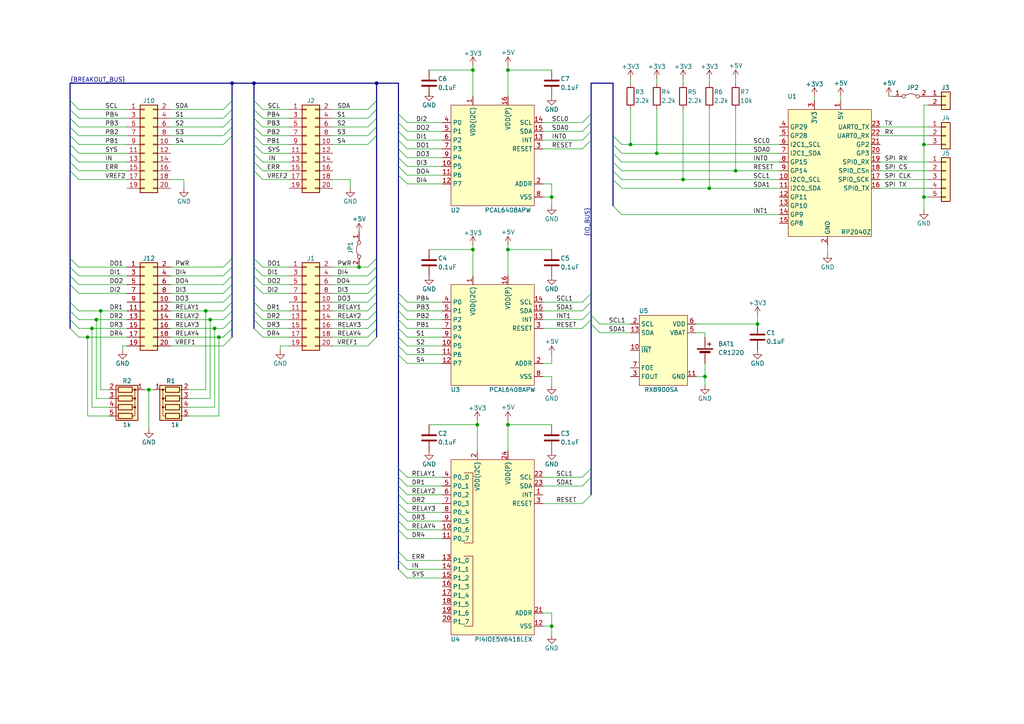
<source format=kicad_sch>
(kicad_sch (version 20230121) (generator eeschema)
  (paper "A4")
  (title_block (title "BREAKOUT BOARD") (rev "0"))
  (bus_alias "BREAKOUT_BUS" (members "DI1" "DO1" "DI2" "DO2" "DI3" "DO3" "DI4" "DO4" "RELAY1" "RELAY2" "RELAY3" "RELAY4" "DR1" "DR2" "DR3" "DR4" "PB1" "PB2" "PB3" "PB4" "S1" "S2" "S3" "S4" "SYS" "IN" "ERR" "VREF1" "VREF2" "PWR" "SCL" "SDA"))
  (bus_alias "IO_BUS" (members "SCL0" "SDA0" "INT0" "SCL1" "SDA1" "INT1" "RESET"))
  (junction (at 219.71 93.98))
  (junction (at 60.96 92.71))
  (junction (at 62.23 95.25))
  (junction (at 267.97 41.91))
  (junction (at 160.02 57.15))
  (junction (at 29.21 90.17))
  (junction (at 104.14 77.47))
  (junction (at 27.94 92.71))
  (junction (at 67.31 24.13))
  (junction (at 204.47 109.22))
  (junction (at 182.88 41.91))
  (junction (at 25.4 97.79))
  (junction (at 137.16 20.32))
  (junction (at 213.36 49.53))
  (junction (at 109.22 24.13))
  (junction (at 160.02 181.61))
  (junction (at 137.16 72.39))
  (junction (at 147.32 72.39))
  (junction (at 138.43 123.19))
  (junction (at 63.5 97.79))
  (junction (at 205.74 54.61))
  (junction (at 147.32 20.32))
  (junction (at 59.69 90.17))
  (junction (at 26.67 95.25))
  (junction (at 267.97 57.15))
  (junction (at 73.66 24.13))
  (junction (at 198.12 52.07))
  (junction (at 190.5 44.45))
  (junction (at 147.32 123.19))
  (junction (at 43.18 113.03))
  (bus_entry (at 177.8 46.99) (size 2.54 2.54))
  (bus_entry (at 171.45 33.02) (size -2.54 2.54))
  (bus_entry (at 73.66 92.71) (size 2.54 2.54))
  (bus_entry (at 73.66 31.75) (size 2.54 2.54))
  (bus_entry (at 73.66 95.25) (size 2.54 2.54))
  (bus_entry (at 115.57 162.56) (size 2.54 2.54))
  (bus_entry (at 171.45 38.1) (size -2.54 2.54))
  (bus_entry (at 115.57 151.13) (size 2.54 2.54))
  (bus_entry (at 67.31 97.79) (size -2.54 2.54))
  (bus_entry (at 20.32 49.53) (size 2.54 2.54))
  (bus_entry (at 115.57 85.09) (size 2.54 2.54))
  (bus_entry (at 67.31 77.47) (size -2.54 2.54))
  (bus_entry (at 171.45 143.51) (size -2.54 2.54))
  (bus_entry (at 73.66 29.21) (size 2.54 2.54))
  (bus_entry (at 109.22 82.55) (size -2.54 2.54))
  (bus_entry (at 73.66 80.01) (size 2.54 2.54))
  (bus_entry (at 115.57 40.64) (size 2.54 2.54))
  (bus_entry (at 73.66 49.53) (size 2.54 2.54))
  (bus_entry (at 115.57 143.51) (size 2.54 2.54))
  (bus_entry (at 171.45 135.89) (size -2.54 2.54))
  (bus_entry (at 109.22 39.37) (size -2.54 2.54))
  (bus_entry (at 109.22 74.93) (size -2.54 2.54))
  (bus_entry (at 20.32 39.37) (size 2.54 2.54))
  (bus_entry (at 109.22 90.17) (size -2.54 2.54))
  (bus_entry (at 20.32 44.45) (size 2.54 2.54))
  (bus_entry (at 20.32 80.01) (size 2.54 2.54))
  (bus_entry (at 177.8 44.45) (size 2.54 2.54))
  (bus_entry (at 67.31 34.29) (size -2.54 2.54))
  (bus_entry (at 20.32 95.25) (size 2.54 2.54))
  (bus_entry (at 115.57 43.18) (size 2.54 2.54))
  (bus_entry (at 67.31 92.71) (size -2.54 2.54))
  (bus_entry (at 73.66 74.93) (size 2.54 2.54))
  (bus_entry (at 109.22 34.29) (size -2.54 2.54))
  (bus_entry (at 115.57 45.72) (size 2.54 2.54))
  (bus_entry (at 115.57 160.02) (size 2.54 2.54))
  (bus_entry (at 171.45 93.98) (size 2.54 2.54))
  (bus_entry (at 177.8 49.53) (size 2.54 2.54))
  (bus_entry (at 67.31 95.25) (size -2.54 2.54))
  (bus_entry (at 73.66 39.37) (size 2.54 2.54))
  (bus_entry (at 20.32 77.47) (size 2.54 2.54))
  (bus_entry (at 67.31 74.93) (size -2.54 2.54))
  (bus_entry (at 109.22 95.25) (size -2.54 2.54))
  (bus_entry (at 73.66 34.29) (size 2.54 2.54))
  (bus_entry (at 73.66 41.91) (size 2.54 2.54))
  (bus_entry (at 73.66 77.47) (size 2.54 2.54))
  (bus_entry (at 115.57 90.17) (size 2.54 2.54))
  (bus_entry (at 115.57 148.59) (size 2.54 2.54))
  (bus_entry (at 171.45 85.09) (size -2.54 2.54))
  (bus_entry (at 67.31 39.37) (size -2.54 2.54))
  (bus_entry (at 73.66 90.17) (size 2.54 2.54))
  (bus_entry (at 20.32 41.91) (size 2.54 2.54))
  (bus_entry (at 20.32 82.55) (size 2.54 2.54))
  (bus_entry (at 67.31 29.21) (size -2.54 2.54))
  (bus_entry (at 109.22 92.71) (size -2.54 2.54))
  (bus_entry (at 115.57 48.26) (size 2.54 2.54))
  (bus_entry (at 115.57 35.56) (size 2.54 2.54))
  (bus_entry (at 115.57 146.05) (size 2.54 2.54))
  (bus_entry (at 109.22 80.01) (size -2.54 2.54))
  (bus_entry (at 20.32 31.75) (size 2.54 2.54))
  (bus_entry (at 171.45 35.56) (size -2.54 2.54))
  (bus_entry (at 73.66 87.63) (size 2.54 2.54))
  (bus_entry (at 109.22 97.79) (size -2.54 2.54))
  (bus_entry (at 115.57 165.1) (size 2.54 2.54))
  (bus_entry (at 115.57 33.02) (size 2.54 2.54))
  (bus_entry (at 171.45 40.64) (size -2.54 2.54))
  (bus_entry (at 67.31 80.01) (size -2.54 2.54))
  (bus_entry (at 171.45 90.17) (size -2.54 2.54))
  (bus_entry (at 67.31 87.63) (size -2.54 2.54))
  (bus_entry (at 177.8 59.69) (size 2.54 2.54))
  (bus_entry (at 115.57 87.63) (size 2.54 2.54))
  (bus_entry (at 109.22 87.63) (size -2.54 2.54))
  (bus_entry (at 115.57 100.33) (size 2.54 2.54))
  (bus_entry (at 109.22 77.47) (size -2.54 2.54))
  (bus_entry (at 67.31 31.75) (size -2.54 2.54))
  (bus_entry (at 177.8 39.37) (size 2.54 2.54))
  (bus_entry (at 109.22 36.83) (size -2.54 2.54))
  (bus_entry (at 73.66 46.99) (size 2.54 2.54))
  (bus_entry (at 115.57 102.87) (size 2.54 2.54))
  (bus_entry (at 73.66 82.55) (size 2.54 2.54))
  (bus_entry (at 171.45 138.43) (size -2.54 2.54))
  (bus_entry (at 67.31 90.17) (size -2.54 2.54))
  (bus_entry (at 171.45 91.44) (size 2.54 2.54))
  (bus_entry (at 20.32 90.17) (size 2.54 2.54))
  (bus_entry (at 20.32 36.83) (size 2.54 2.54))
  (bus_entry (at 115.57 97.79) (size 2.54 2.54))
  (bus_entry (at 115.57 92.71) (size 2.54 2.54))
  (bus_entry (at 20.32 29.21) (size 2.54 2.54))
  (bus_entry (at 115.57 135.89) (size 2.54 2.54))
  (bus_entry (at 67.31 85.09) (size -2.54 2.54))
  (bus_entry (at 171.45 92.71) (size -2.54 2.54))
  (bus_entry (at 115.57 138.43) (size 2.54 2.54))
  (bus_entry (at 20.32 46.99) (size 2.54 2.54))
  (bus_entry (at 109.22 31.75) (size -2.54 2.54))
  (bus_entry (at 171.45 87.63) (size -2.54 2.54))
  (bus_entry (at 109.22 85.09) (size -2.54 2.54))
  (bus_entry (at 73.66 36.83) (size 2.54 2.54))
  (bus_entry (at 67.31 36.83) (size -2.54 2.54))
  (bus_entry (at 67.31 82.55) (size -2.54 2.54))
  (bus_entry (at 20.32 87.63) (size 2.54 2.54))
  (bus_entry (at 115.57 38.1) (size 2.54 2.54))
  (bus_entry (at 20.32 74.93) (size 2.54 2.54))
  (bus_entry (at 177.8 41.91) (size 2.54 2.54))
  (bus_entry (at 115.57 50.8) (size 2.54 2.54))
  (bus_entry (at 115.57 95.25) (size 2.54 2.54))
  (bus_entry (at 109.22 29.21) (size -2.54 2.54))
  (bus_entry (at 177.8 52.07) (size 2.54 2.54))
  (bus_entry (at 73.66 44.45) (size 2.54 2.54))
  (bus_entry (at 20.32 34.29) (size 2.54 2.54))
  (bus_entry (at 20.32 92.71) (size 2.54 2.54))
  (bus_entry (at 115.57 140.97) (size 2.54 2.54))
  (bus_entry (at 115.57 153.67) (size 2.54 2.54))
  (wire (pts (xy 22.86 77.47) (xy 36.83 77.47)))
  (bus (pts (xy 20.32 77.47) (xy 20.32 80.01)))
  (bus (pts (xy 115.57 151.13) (xy 115.57 153.67)))
  (wire (pts (xy 219.71 93.98) (xy 219.71 91.44)))
  (wire (pts (xy 60.96 92.71) (xy 60.96 115.57)))
  (wire (pts (xy 49.53 82.55) (xy 64.77 82.55)))
  (wire (pts (xy 118.11 87.63) (xy 128.27 87.63)))
  (bus (pts (xy 20.32 92.71) (xy 20.32 95.25)))
  (wire (pts (xy 255.27 39.37) (xy 269.24 39.37)))
  (bus (pts (xy 67.31 24.13) (xy 67.31 29.21)))
  (bus (pts (xy 171.45 91.44) (xy 171.45 92.71)))
  (bus (pts (xy 109.22 90.17) (xy 109.22 92.71)))
  (wire (pts (xy 22.86 46.99) (xy 36.83 46.99)))
  (wire (pts (xy 118.11 162.56) (xy 128.27 162.56)))
  (bus (pts (xy 67.31 92.71) (xy 67.31 95.25)))
  (bus (pts (xy 171.45 24.13) (xy 171.45 33.02)))
  (wire (pts (xy 76.2 41.91) (xy 83.82 41.91)))
  (bus (pts (xy 73.66 87.63) (xy 73.66 90.17)))
  (wire (pts (xy 76.2 77.47) (xy 83.82 77.47)))
  (wire (pts (xy 22.86 92.71) (xy 27.94 92.71)))
  (bus (pts (xy 20.32 36.83) (xy 20.32 39.37)))
  (wire (pts (xy 118.11 143.51) (xy 128.27 143.51)))
  (bus (pts (xy 20.32 82.55) (xy 20.32 87.63)))
  (bus (pts (xy 171.45 85.09) (xy 171.45 87.63)))
  (wire (pts (xy 118.11 48.26) (xy 128.27 48.26)))
  (bus (pts (xy 73.66 95.25) (xy 73.66 92.71)))
  (wire (pts (xy 190.5 31.75) (xy 190.5 44.45)))
  (bus (pts (xy 115.57 92.71) (xy 115.57 95.25)))
  (bus (pts (xy 171.45 93.98) (xy 171.45 135.89)))
  (bus (pts (xy 115.57 143.51) (xy 115.57 146.05)))
  (bus (pts (xy 171.45 40.64) (xy 171.45 85.09)))
  (bus (pts (xy 115.57 87.63) (xy 115.57 90.17)))
  (wire (pts (xy 96.52 95.25) (xy 106.68 95.25)))
  (wire (pts (xy 83.82 31.75) (xy 76.2 31.75)))
  (bus (pts (xy 20.32 87.63) (xy 20.32 90.17)))
  (wire (pts (xy 180.34 52.07) (xy 198.12 52.07)))
  (bus (pts (xy 171.45 92.71) (xy 171.45 93.98)))
  (wire (pts (xy 180.34 46.99) (xy 226.06 46.99)))
  (wire (pts (xy 49.53 39.37) (xy 64.77 39.37)))
  (wire (pts (xy 22.86 34.29) (xy 36.83 34.29)))
  (wire (pts (xy 96.52 100.33) (xy 106.68 100.33)))
  (wire (pts (xy 22.86 31.75) (xy 36.83 31.75)))
  (bus (pts (xy 67.31 29.21) (xy 67.31 31.75)))
  (bus (pts (xy 115.57 138.43) (xy 115.57 140.97)))
  (wire (pts (xy 157.48 105.41) (xy 160.02 105.41)))
  (wire (pts (xy 118.11 156.21) (xy 128.27 156.21)))
  (bus (pts (xy 171.45 24.13) (xy 177.8 24.13)))
  (bus (pts (xy 67.31 95.25) (xy 67.31 97.79)))
  (wire (pts (xy 101.6 52.07) (xy 101.6 54.61)))
  (wire (pts (xy 49.53 92.71) (xy 60.96 92.71)))
  (wire (pts (xy 27.94 115.57) (xy 31.75 115.57)))
  (bus (pts (xy 67.31 80.01) (xy 67.31 82.55)))
  (wire (pts (xy 180.34 54.61) (xy 205.74 54.61)))
  (bus (pts (xy 115.57 24.13) (xy 115.57 33.02)))
  (wire (pts (xy 83.82 100.33) (xy 81.28 100.33)))
  (wire (pts (xy 118.11 35.56) (xy 128.27 35.56)))
  (wire (pts (xy 96.52 39.37) (xy 106.68 39.37)))
  (wire (pts (xy 22.86 49.53) (xy 36.83 49.53)))
  (wire (pts (xy 118.11 165.1) (xy 128.27 165.1)))
  (bus (pts (xy 171.45 38.1) (xy 171.45 40.64)))
  (bus (pts (xy 115.57 40.64) (xy 115.57 43.18)))
  (bus (pts (xy 177.8 44.45) (xy 177.8 46.99)))
  (bus (pts (xy 115.57 153.67) (xy 115.57 160.02)))
  (bus (pts (xy 73.66 82.55) (xy 73.66 87.63)))
  (wire (pts (xy 96.52 41.91) (xy 106.68 41.91)))
  (wire (pts (xy 49.53 77.47) (xy 64.77 77.47)))
  (bus (pts (xy 20.32 74.93) (xy 20.32 77.47)))
  (wire (pts (xy 182.88 22.86) (xy 182.88 24.13)))
  (bus (pts (xy 20.32 44.45) (xy 20.32 46.99)))
  (wire (pts (xy 267.97 30.48) (xy 269.24 30.48)))
  (wire (pts (xy 49.53 90.17) (xy 59.69 90.17)))
  (bus (pts (xy 73.66 34.29) (xy 73.66 36.83)))
  (bus (pts (xy 20.32 41.91) (xy 20.32 44.45)))
  (wire (pts (xy 27.94 92.71) (xy 36.83 92.71)))
  (bus (pts (xy 177.8 46.99) (xy 177.8 49.53)))
  (bus (pts (xy 115.57 135.89) (xy 115.57 138.43)))
  (bus (pts (xy 109.22 34.29) (xy 109.22 36.83)))
  (wire (pts (xy 104.14 77.47) (xy 106.68 77.47)))
  (wire (pts (xy 22.86 90.17) (xy 29.21 90.17)))
  (wire (pts (xy 35.56 100.33) (xy 35.56 101.6)))
  (wire (pts (xy 76.2 44.45) (xy 83.82 44.45)))
  (wire (pts (xy 76.2 92.71) (xy 83.82 92.71)))
  (wire (pts (xy 204.47 105.41) (xy 204.47 109.22)))
  (bus (pts (xy 115.57 102.87) (xy 115.57 135.89)))
  (wire (pts (xy 204.47 96.52) (xy 204.47 97.79)))
  (wire (pts (xy 96.52 97.79) (xy 106.68 97.79)))
  (wire (pts (xy 76.2 80.01) (xy 83.82 80.01)))
  (wire (pts (xy 201.93 93.98) (xy 219.71 93.98)))
  (wire (pts (xy 60.96 92.71) (xy 64.77 92.71)))
  (bus (pts (xy 73.66 36.83) (xy 73.66 39.37)))
  (wire (pts (xy 157.48 146.05) (xy 168.91 146.05)))
  (wire (pts (xy 22.86 80.01) (xy 36.83 80.01)))
  (wire (pts (xy 62.23 95.25) (xy 64.77 95.25)))
  (wire (pts (xy 269.24 41.91) (xy 267.97 41.91)))
  (wire (pts (xy 255.27 49.53) (xy 269.24 49.53)))
  (wire (pts (xy 118.11 38.1) (xy 128.27 38.1)))
  (wire (pts (xy 157.48 177.8) (xy 160.02 177.8)))
  (wire (pts (xy 49.53 31.75) (xy 64.77 31.75)))
  (bus (pts (xy 115.57 43.18) (xy 115.57 45.72)))
  (wire (pts (xy 63.5 97.79) (xy 64.77 97.79)))
  (wire (pts (xy 96.52 77.47) (xy 104.14 77.47)))
  (wire (pts (xy 201.93 109.22) (xy 204.47 109.22)))
  (wire (pts (xy 22.86 44.45) (xy 36.83 44.45)))
  (wire (pts (xy 255.27 46.99) (xy 269.24 46.99)))
  (bus (pts (xy 109.22 80.01) (xy 109.22 77.47)))
  (bus (pts (xy 109.22 85.09) (xy 109.22 82.55)))
  (wire (pts (xy 124.46 72.39) (xy 137.16 72.39)))
  (wire (pts (xy 63.5 97.79) (xy 63.5 120.65)))
  (wire (pts (xy 137.16 72.39) (xy 137.16 80.01)))
  (wire (pts (xy 190.5 22.86) (xy 190.5 24.13)))
  (bus (pts (xy 115.57 85.09) (xy 115.57 87.63)))
  (bus (pts (xy 67.31 36.83) (xy 67.31 39.37)))
  (wire (pts (xy 147.32 123.19) (xy 160.02 123.19)))
  (wire (pts (xy 76.2 82.55) (xy 83.82 82.55)))
  (wire (pts (xy 190.5 44.45) (xy 226.06 44.45)))
  (wire (pts (xy 25.4 120.65) (xy 31.75 120.65)))
  (bus (pts (xy 115.57 100.33) (xy 115.57 102.87)))
  (wire (pts (xy 137.16 20.32) (xy 137.16 19.05)))
  (wire (pts (xy 118.11 151.13) (xy 128.27 151.13)))
  (wire (pts (xy 137.16 20.32) (xy 137.16 27.94)))
  (wire (pts (xy 160.02 57.15) (xy 160.02 59.69)))
  (wire (pts (xy 96.52 82.55) (xy 106.68 82.55)))
  (wire (pts (xy 41.91 113.03) (xy 43.18 113.03)))
  (wire (pts (xy 255.27 36.83) (xy 269.24 36.83)))
  (wire (pts (xy 76.2 36.83) (xy 83.82 36.83)))
  (wire (pts (xy 49.53 97.79) (xy 63.5 97.79)))
  (bus (pts (xy 67.31 87.63) (xy 67.31 90.17)))
  (wire (pts (xy 54.61 115.57) (xy 60.96 115.57)))
  (bus (pts (xy 115.57 35.56) (xy 115.57 38.1)))
  (wire (pts (xy 29.21 90.17) (xy 29.21 113.03)))
  (wire (pts (xy 118.11 90.17) (xy 128.27 90.17)))
  (wire (pts (xy 124.46 20.32) (xy 137.16 20.32)))
  (wire (pts (xy 49.53 80.01) (xy 64.77 80.01)))
  (bus (pts (xy 73.66 46.99) (xy 73.66 49.53)))
  (wire (pts (xy 205.74 31.75) (xy 205.74 54.61)))
  (wire (pts (xy 236.22 27.94) (xy 236.22 29.21)))
  (wire (pts (xy 26.67 118.11) (xy 31.75 118.11)))
  (wire (pts (xy 96.52 36.83) (xy 106.68 36.83)))
  (wire (pts (xy 182.88 31.75) (xy 182.88 41.91)))
  (wire (pts (xy 180.34 44.45) (xy 190.5 44.45)))
  (wire (pts (xy 118.11 148.59) (xy 128.27 148.59)))
  (bus (pts (xy 20.32 29.21) (xy 20.32 31.75)))
  (wire (pts (xy 22.86 97.79) (xy 25.4 97.79)))
  (wire (pts (xy 157.48 57.15) (xy 160.02 57.15)))
  (bus (pts (xy 73.66 29.21) (xy 73.66 31.75)))
  (bus (pts (xy 109.22 87.63) (xy 109.22 85.09)))
  (wire (pts (xy 198.12 22.86) (xy 198.12 24.13)))
  (wire (pts (xy 173.99 93.98) (xy 182.88 93.98)))
  (bus (pts (xy 73.66 31.75) (xy 73.66 34.29)))
  (wire (pts (xy 35.56 100.33) (xy 36.83 100.33)))
  (bus (pts (xy 115.57 38.1) (xy 115.57 40.64)))
  (wire (pts (xy 157.48 87.63) (xy 168.91 87.63)))
  (bus (pts (xy 67.31 90.17) (xy 67.31 92.71)))
  (wire (pts (xy 118.11 95.25) (xy 128.27 95.25)))
  (wire (pts (xy 147.32 20.32) (xy 160.02 20.32)))
  (wire (pts (xy 118.11 153.67) (xy 128.27 153.67)))
  (wire (pts (xy 26.67 95.25) (xy 26.67 118.11)))
  (wire (pts (xy 76.2 90.17) (xy 83.82 90.17)))
  (bus (pts (xy 115.57 146.05) (xy 115.57 148.59)))
  (wire (pts (xy 147.32 123.19) (xy 147.32 130.81)))
  (wire (pts (xy 118.11 167.64) (xy 128.27 167.64)))
  (bus (pts (xy 171.45 87.63) (xy 171.45 90.17)))
  (bus (pts (xy 73.66 80.01) (xy 73.66 82.55)))
  (wire (pts (xy 182.88 41.91) (xy 226.06 41.91)))
  (bus (pts (xy 115.57 45.72) (xy 115.57 48.26)))
  (bus (pts (xy 115.57 48.26) (xy 115.57 50.8)))
  (bus (pts (xy 115.57 148.59) (xy 115.57 151.13)))
  (wire (pts (xy 118.11 40.64) (xy 128.27 40.64)))
  (wire (pts (xy 157.48 181.61) (xy 160.02 181.61)))
  (wire (pts (xy 147.32 71.12) (xy 147.32 72.39)))
  (wire (pts (xy 147.32 121.92) (xy 147.32 123.19)))
  (bus (pts (xy 20.32 80.01) (xy 20.32 82.55)))
  (wire (pts (xy 22.86 85.09) (xy 36.83 85.09)))
  (wire (pts (xy 180.34 41.91) (xy 182.88 41.91)))
  (bus (pts (xy 67.31 24.13) (xy 73.66 24.13)))
  (bus (pts (xy 115.57 50.8) (xy 115.57 85.09)))
  (bus (pts (xy 109.22 24.13) (xy 115.57 24.13)))
  (bus (pts (xy 67.31 77.47) (xy 67.31 80.01)))
  (wire (pts (xy 22.86 36.83) (xy 36.83 36.83)))
  (wire (pts (xy 267.97 57.15) (xy 267.97 60.96)))
  (wire (pts (xy 157.48 90.17) (xy 168.91 90.17)))
  (wire (pts (xy 205.74 22.86) (xy 205.74 24.13)))
  (wire (pts (xy 160.02 109.22) (xy 157.48 109.22)))
  (wire (pts (xy 160.02 177.8) (xy 160.02 181.61)))
  (wire (pts (xy 96.52 34.29) (xy 106.68 34.29)))
  (wire (pts (xy 96.52 85.09) (xy 106.68 85.09)))
  (bus (pts (xy 109.22 36.83) (xy 109.22 39.37)))
  (wire (pts (xy 118.11 105.41) (xy 128.27 105.41)))
  (wire (pts (xy 118.11 53.34) (xy 128.27 53.34)))
  (wire (pts (xy 118.11 138.43) (xy 128.27 138.43)))
  (wire (pts (xy 49.53 87.63) (xy 64.77 87.63)))
  (bus (pts (xy 109.22 74.93) (xy 109.22 77.47)))
  (wire (pts (xy 29.21 90.17) (xy 36.83 90.17)))
  (bus (pts (xy 73.66 77.47) (xy 73.66 80.01)))
  (wire (pts (xy 173.99 96.52) (xy 182.88 96.52)))
  (wire (pts (xy 96.52 80.01) (xy 106.68 80.01)))
  (wire (pts (xy 160.02 181.61) (xy 160.02 184.15)))
  (wire (pts (xy 138.43 123.19) (xy 138.43 130.81)))
  (bus (pts (xy 20.32 34.29) (xy 20.32 31.75)))
  (bus (pts (xy 115.57 162.56) (xy 115.57 165.1)))
  (bus (pts (xy 171.45 138.43) (xy 171.45 143.51)))
  (bus (pts (xy 171.45 90.17) (xy 171.45 91.44)))
  (wire (pts (xy 180.34 62.23) (xy 226.06 62.23)))
  (wire (pts (xy 43.18 113.03) (xy 43.18 124.46)))
  (wire (pts (xy 76.2 39.37) (xy 83.82 39.37)))
  (wire (pts (xy 158.75 248.92) (xy 161.29 248.92)))
  (bus (pts (xy 109.22 39.37) (xy 109.22 74.93)))
  (wire (pts (xy 27.94 92.71) (xy 27.94 115.57)))
  (bus (pts (xy 177.8 41.91) (xy 177.8 44.45)))
  (bus (pts (xy 171.45 135.89) (xy 171.45 138.43)))
  (wire (pts (xy 201.93 96.52) (xy 204.47 96.52)))
  (wire (pts (xy 54.61 118.11) (xy 62.23 118.11)))
  (wire (pts (xy 147.32 19.05) (xy 147.32 20.32)))
  (wire (pts (xy 269.24 57.15) (xy 267.97 57.15)))
  (wire (pts (xy 157.48 95.25) (xy 168.91 95.25)))
  (bus (pts (xy 67.31 34.29) (xy 67.31 36.83)))
  (bus (pts (xy 73.66 44.45) (xy 73.66 46.99)))
  (wire (pts (xy 157.48 35.56) (xy 168.91 35.56)))
  (wire (pts (xy 138.43 121.92) (xy 138.43 123.19)))
  (bus (pts (xy 20.32 90.17) (xy 20.32 92.71)))
  (bus (pts (xy 73.66 74.93) (xy 73.66 77.47)))
  (bus (pts (xy 20.32 49.53) (xy 20.32 74.93)))
  (wire (pts (xy 160.02 102.87) (xy 160.02 105.41)))
  (bus (pts (xy 115.57 33.02) (xy 115.57 35.56)))
  (wire (pts (xy 198.12 31.75) (xy 198.12 52.07)))
  (wire (pts (xy 96.52 31.75) (xy 106.68 31.75)))
  (wire (pts (xy 213.36 49.53) (xy 226.06 49.53)))
  (wire (pts (xy 157.48 40.64) (xy 168.91 40.64)))
  (bus (pts (xy 73.66 41.91) (xy 73.66 44.45)))
  (wire (pts (xy 81.28 100.33) (xy 81.28 101.6)))
  (wire (pts (xy 118.11 100.33) (xy 128.27 100.33)))
  (wire (pts (xy 157.48 38.1) (xy 168.91 38.1)))
  (wire (pts (xy 157.48 140.97) (xy 168.91 140.97)))
  (wire (pts (xy 59.69 90.17) (xy 64.77 90.17)))
  (wire (pts (xy 96.52 90.17) (xy 106.68 90.17)))
  (wire (pts (xy 76.2 34.29) (xy 83.82 34.29)))
  (bus (pts (xy 177.8 39.37) (xy 177.8 41.91)))
  (bus (pts (xy 20.32 36.83) (xy 20.32 34.29)))
  (wire (pts (xy 124.46 27.94) (xy 124.46 26.67)))
  (wire (pts (xy 160.02 111.76) (xy 160.02 109.22)))
  (wire (pts (xy 26.67 95.25) (xy 36.83 95.25)))
  (bus (pts (xy 109.22 82.55) (xy 109.22 80.01)))
  (wire (pts (xy 204.47 109.22) (xy 204.47 111.76)))
  (bus (pts (xy 109.22 31.75) (xy 109.22 34.29)))
  (wire (pts (xy 255.27 52.07) (xy 269.24 52.07)))
  (wire (pts (xy 53.34 52.07) (xy 53.34 54.61)))
  (wire (pts (xy 213.36 31.75) (xy 213.36 49.53)))
  (bus (pts (xy 67.31 74.93) (xy 67.31 77.47)))
  (wire (pts (xy 240.03 71.12) (xy 240.03 73.66)))
  (bus (pts (xy 109.22 95.25) (xy 109.22 97.79)))
  (wire (pts (xy 22.86 52.07) (xy 36.83 52.07)))
  (wire (pts (xy 96.52 92.71) (xy 106.68 92.71)))
  (wire (pts (xy 180.34 49.53) (xy 213.36 49.53)))
  (wire (pts (xy 118.11 50.8) (xy 128.27 50.8)))
  (wire (pts (xy 259.08 27.94) (xy 257.81 27.94)))
  (wire (pts (xy 49.53 41.91) (xy 64.77 41.91)))
  (bus (pts (xy 115.57 97.79) (xy 115.57 100.33)))
  (wire (pts (xy 43.18 113.03) (xy 44.45 113.03)))
  (bus (pts (xy 115.57 95.25) (xy 115.57 97.79)))
  (wire (pts (xy 205.74 54.61) (xy 226.06 54.61)))
  (wire (pts (xy 49.53 34.29) (xy 64.77 34.29)))
  (bus (pts (xy 177.8 24.13) (xy 177.8 39.37)))
  (wire (pts (xy 157.48 92.71) (xy 168.91 92.71)))
  (bus (pts (xy 177.8 49.53) (xy 177.8 52.07)))
  (wire (pts (xy 76.2 85.09) (xy 83.82 85.09)))
  (wire (pts (xy 213.36 22.86) (xy 213.36 24.13)))
  (wire (pts (xy 267.97 30.48) (xy 267.97 41.91)))
  (wire (pts (xy 76.2 52.07) (xy 83.82 52.07)))
  (wire (pts (xy 76.2 49.53) (xy 83.82 49.53)))
  (wire (pts (xy 255.27 54.61) (xy 269.24 54.61)))
  (bus (pts (xy 109.22 29.21) (xy 109.22 31.75)))
  (wire (pts (xy 96.52 52.07) (xy 101.6 52.07)))
  (wire (pts (xy 147.32 72.39) (xy 147.32 80.01)))
  (wire (pts (xy 118.11 43.18) (xy 128.27 43.18)))
  (wire (pts (xy 25.4 97.79) (xy 25.4 120.65)))
  (bus (pts (xy 73.66 24.13) (xy 109.22 24.13)))
  (wire (pts (xy 161.29 248.92) (xy 161.29 251.46)))
  (wire (pts (xy 25.4 97.79) (xy 36.83 97.79)))
  (wire (pts (xy 118.11 146.05) (xy 128.27 146.05)))
  (wire (pts (xy 267.97 41.91) (xy 267.97 57.15)))
  (bus (pts (xy 73.66 49.53) (xy 73.66 74.93)))
  (bus (pts (xy 67.31 85.09) (xy 67.31 87.63)))
  (wire (pts (xy 118.11 97.79) (xy 128.27 97.79)))
  (bus (pts (xy 177.8 52.07) (xy 177.8 59.69)))
  (wire (pts (xy 49.53 95.25) (xy 62.23 95.25)))
  (wire (pts (xy 96.52 87.63) (xy 106.68 87.63)))
  (bus (pts (xy 109.22 87.63) (xy 109.22 90.17)))
  (wire (pts (xy 157.48 43.18) (xy 168.91 43.18)))
  (wire (pts (xy 22.86 41.91) (xy 36.83 41.91)))
  (bus (pts (xy 20.32 24.13) (xy 67.31 24.13)))
  (bus (pts (xy 171.45 33.02) (xy 171.45 35.56)))
  (bus (pts (xy 115.57 140.97) (xy 115.57 143.51)))
  (wire (pts (xy 124.46 123.19) (xy 138.43 123.19)))
  (bus (pts (xy 20.32 46.99) (xy 20.32 49.53)))
  (wire (pts (xy 29.21 113.03) (xy 31.75 113.03)))
  (wire (pts (xy 160.02 72.39) (xy 147.32 72.39)))
  (bus (pts (xy 115.57 90.17) (xy 115.57 92.71)))
  (bus (pts (xy 109.22 92.71) (xy 109.22 95.25)))
  (wire (pts (xy 62.23 95.25) (xy 62.23 118.11)))
  (wire (pts (xy 54.61 113.03) (xy 59.69 113.03)))
  (wire (pts (xy 49.53 52.07) (xy 53.34 52.07)))
  (wire (pts (xy 198.12 52.07) (xy 226.06 52.07)))
  (bus (pts (xy 171.45 35.56) (xy 171.45 38.1)))
  (bus (pts (xy 67.31 82.55) (xy 67.31 85.09)))
  (bus (pts (xy 20.32 29.21) (xy 20.32 24.13)))
  (bus (pts (xy 73.66 24.13) (xy 73.66 29.21)))
  (wire (pts (xy 59.69 90.17) (xy 59.69 113.03)))
  (wire (pts (xy 49.53 100.33) (xy 64.77 100.33)))
  (bus (pts (xy 73.66 39.37) (xy 73.66 41.91)))
  (wire (pts (xy 157.48 138.43) (xy 168.91 138.43)))
  (wire (pts (xy 160.02 53.34) (xy 160.02 57.15)))
  (wire (pts (xy 147.32 20.32) (xy 147.32 27.94)))
  (wire (pts (xy 157.48 53.34) (xy 160.02 53.34)))
  (bus (pts (xy 67.31 39.37) (xy 67.31 74.93)))
  (bus (pts (xy 73.66 90.17) (xy 73.66 92.71)))
  (wire (pts (xy 137.16 71.12) (xy 137.16 72.39)))
  (wire (pts (xy 118.11 140.97) (xy 128.27 140.97)))
  (bus (pts (xy 109.22 24.13) (xy 109.22 29.21)))
  (wire (pts (xy 49.53 85.09) (xy 64.77 85.09)))
  (wire (pts (xy 22.86 39.37) (xy 36.83 39.37)))
  (wire (pts (xy 22.86 95.25) (xy 26.67 95.25)))
  (bus (pts (xy 115.57 160.02) (xy 115.57 162.56)))
  (wire (pts (xy 118.11 92.71) (xy 128.27 92.71)))
  (wire (pts (xy 243.84 27.94) (xy 243.84 29.21)))
  (wire (pts (xy 49.53 36.83) (xy 64.77 36.83)))
  (wire (pts (xy 54.61 120.65) (xy 63.5 120.65)))
  (wire (pts (xy 76.2 46.99) (xy 83.82 46.99)))
  (bus (pts (xy 67.31 34.29) (xy 67.31 31.75)))
  (wire (pts (xy 76.2 97.79) (xy 83.82 97.79)))
  (bus (pts (xy 20.32 39.37) (xy 20.32 41.91)))
  (wire (pts (xy 118.11 102.87) (xy 128.27 102.87)))
  (wire (pts (xy 22.86 82.55) (xy 36.83 82.55)))
  (wire (pts (xy 76.2 95.25) (xy 83.82 95.25)))
  (wire (pts (xy 118.11 45.72) (xy 128.27 45.72)))
  (label "DI1" (at 31.75 80.01 0))
  (label "SCL0" (at 160.02 35.56 0))
  (label "SPI RX" (at 256.54 46.99 0))
  (label "PB4" (at 81.28 34.29 180))
  (label "IN" (at 80.01 46.99 180))
  (label "INT1" (at 161.29 92.71 0))
  (label "VREF2" (at 30.48 52.07 0))
  (label "DI1" (at 120.65 40.64 0))
  (label "SDA0" (at 160.02 38.1 0))
  (label "DR4" (at 81.28 97.79 180))
  (label "PB3" (at 30.48 36.83 0))
  (label "RELAY3" (at 119.38 148.59 0))
  (label "DR2" (at 31.75 92.71 0))
  (label "DO2" (at 120.65 38.1 0))
  (label "DR3" (at 119.38 151.13 0))
  (label "TX" (at 256.54 36.83 0))
  (label "INT0" (at 218.44 46.99 0))
  (label "PB4" (at 120.65 87.63 0))
  (label "S3" (at 50.8 39.37 0))
  (label "SDA1" (at 176.53 96.52 0))
  (label "ERR" (at 30.48 49.53 0))
  (label "INT0" (at 160.02 40.64 0))
  (label "DI4" (at 50.8 80.01 0))
  (label "DI4" (at 97.79 80.01 0))
  (label "RELAY4" (at 97.79 97.79 0))
  (label "DO1" (at 31.75 77.47 0))
  (label "PB2" (at 120.65 92.71 0))
  (label "RELAY4" (at 50.8 97.79 0))
  (label "IN" (at 119.38 165.1 0))
  (label "DR1" (at 81.28 90.17 180))
  (label "S1" (at 50.8 34.29 0))
  (label "RELAY1" (at 97.79 90.17 0))
  (label "S4" (at 120.65 105.41 0))
  (label "DO4" (at 50.8 82.55 0))
  (label "RESET" (at 218.44 49.53 0))
  (label "SDA" (at 50.8 31.75 0))
  (label "INT1" (at 218.44 62.23 0))
  (label "VREF2" (at 77.47 52.07 0))
  (label "DO3" (at 50.8 87.63 0))
  (label "DR3" (at 81.28 95.25 180))
  (label "S3" (at 120.65 102.87 0))
  (label "{BREAKOUT_BUS}" (at 20.32 24.13 0) (effects (font (size 1.25 1.25))))
  (label "SCL1" (at 161.29 138.43 0))
  (label "S2" (at 50.8 36.83 0))
  (label "PB4" (at 30.48 34.29 0))
  (label "RELAY3" (at 97.79 95.25 0))
  (label "SDA" (at 101.6 31.75 180))
  (label "RELAY2" (at 119.38 143.51 0))
  (label "DO4" (at 101.6 82.55 180))
  (label "DO1" (at 120.65 43.18 0))
  (label "DO2" (at 77.47 82.55 0))
  (label "SDA0" (at 218.44 44.45 0))
  (label "SPI CS" (at 256.54 49.53 0))
  (label "DI3" (at 50.8 85.09 0))
  (label "PB2" (at 30.48 39.37 0))
  (label "SCL0" (at 218.44 41.91 0))
  (label "PB3" (at 120.65 90.17 0))
  (label "SYS" (at 81.28 44.45 180))
  (label "DR2" (at 119.38 146.05 0))
  (label "DI4" (at 120.65 53.34 0))
  (label "SDA1" (at 161.29 90.17 0))
  (label "DI2" (at 120.65 35.56 0))
  (label "SDA1" (at 161.29 140.97 0))
  (label "IN" (at 30.48 46.99 0))
  (label "RESET" (at 161.29 95.25 0))
  (label "S2" (at 120.65 100.33 0))
  (label "SCL1" (at 176.53 93.98 0))
  (label "PB1" (at 120.65 95.25 0))
  (label "SCL1" (at 218.44 52.07 0))
  (label "RELAY3" (at 50.8 95.25 0))
  (label "DI1" (at 77.47 80.01 0))
  (label "DR1" (at 31.75 90.17 0))
  (label "DR1" (at 119.38 140.97 0))
  (label "S4" (at 100.33 41.91 180))
  (label "S1" (at 120.65 97.79 0))
  (label "S2" (at 100.33 36.83 180))
  (label "SYS" (at 119.38 167.64 0))
  (label "PWR" (at 50.8 77.47 0))
  (label "S1" (at 100.33 34.29 180))
  (label "DR4" (at 119.38 156.21 0))
  (label "{IO_BUS}" (at 171.45 68.58 90) (effects (font (size 1.25 1.25))))
  (label "PB1" (at 30.48 41.91 0))
  (label "SPI CLK" (at 256.54 52.07 0))
  (label "DI2" (at 31.75 85.09 0))
  (label "DR2" (at 81.28 92.71 180))
  (label "VREF1" (at 50.8 100.33 0))
  (label "PB1" (at 81.28 41.91 180))
  (label "RELAY2" (at 50.8 92.71 0))
  (label "RESET" (at 160.02 43.18 0))
  (label "PB3" (at 81.28 36.83 180))
  (label "DI3" (at 120.65 48.26 0))
  (label "DO3" (at 97.79 87.63 0))
  (label "SCL1" (at 161.29 87.63 0))
  (label "SCL" (at 30.48 31.75 0))
  (label "S3" (at 100.33 39.37 180))
  (label "RELAY4" (at 119.38 153.67 0))
  (label "SYS" (at 30.48 44.45 0))
  (label "DO3" (at 120.65 45.72 0))
  (label "RELAY2" (at 97.79 92.71 0))
  (label "RESET" (at 161.29 146.05 0))
  (label "RX" (at 256.54 39.37 0))
  (label "RELAY1" (at 119.38 138.43 0))
  (label "DR4" (at 31.75 97.79 0))
  (label "SPI TX" (at 256.54 54.61 0))
  (label "DO1" (at 77.47 77.47 0))
  (label "DO4" (at 120.65 50.8 0))
  (label "RELAY1" (at 50.8 90.17 0))
  (label "PWR" (at 97.79 77.47 0))
  (label "ERR" (at 119.38 162.56 0))
  (label "DI3" (at 97.79 85.09 0))
  (label "PB2" (at 81.28 39.37 180))
  (label "ERR" (at 81.28 49.53 180))
  (label "SCL" (at 81.28 31.75 180))
  (label "DR3" (at 31.75 95.25 0))
  (label "DI2" (at 77.47 85.09 0))
  (label "DO2" (at 31.75 82.55 0))
  (label "VREF1" (at 97.79 100.33 0))
  (label "S4" (at 50.8 41.91 0))
  (label "SDA1" (at 218.44 54.61 0))
  (symbol (lib_id "Connector_Generic:Conn_01x05") (at 274.32 52.07 0) (unit 1)
    (property "Reference" "J5" (at 274.32 44.45 0))
    (property "Value" "Conn_01x05_Pin" (effects hide))
    (property "Footprint" "Connector_Molex:Molex_SPOX_5267-05A_1x05_P2.50mm_Vertical" (effects hide))
  )
  (symbol (lib_id "power:+3V3") (at 236.22 27.94 0) (unit 1)
    (property "Reference" "#PWR015" (effects hide))
    (property "Value" "+3V3" (at 236.22 24.384 0))
  )
  (symbol (lib_id "Device:C") (at 160.02 24.13 0) (unit 1)
    (property "Reference" "C7" (at 162.56 22.86 0) (effects (justify left)))
    (property "Value" "0.1uF" (at 162.56 25.4 0) (effects (justify left)))
    (property "Footprint" "Capacitor_SMD:C_0805_2012Metric_Pad1.18x1.45mm_HandSolder" (effects hide))
  )
  (symbol (lib_id "Connector_Generic:Conn_02x10_Odd_Even") (at 41.91 87.63 0) (unit 1)
    (property "Reference" "J12" (at 43.18 74.93 0))
    (property "Value" "Conn_02x10_Odd_Even" (effects hide))
    (property "Footprint" "Connector_PinSocket_2.00mm:PinSocket_2x10_P2.00mm_Vertical" (effects hide))
  )
  (symbol (lib_id "Jumper:Jumper_2_Bridged") (at 264.16 27.94 0) (unit 1)
    (property "Reference" "JP2" (at 262.89 25.4 0) (effects (justify left)))
    (property "Value" "Jumper_2_Bridged" (effects hide))
    (property "Footprint" "Connector_PinHeader_2.54mm:PinHeader_1x02_P2.54mm_Vertical" (effects hide))
  )
  (symbol (lib_id "Connector_Generic:Conn_01x03") (at 274.32 39.37 0) (unit 1)
    (property "Reference" "J4" (at 274.32 34.29 0))
    (property "Value" "Conn_01x03_Pin" (effects hide))
    (property "Footprint" "Connector_Molex:Molex_SPOX_5267-03A_1x03_P2.50mm_Vertical" (effects hide))
  )
  (symbol (lib_id "uhppoted:PI4IOE5V6416LEX") (at 143.51 160.02 0) (mirror y) (unit 1)
    (property "Reference" "U4" (at 132.08 185.42 0))
    (property "Value" "PI4IOE5V6416LEX" (at 146.05 185.42 0))
    (property "Footprint" "Package_SO:TSSOP-24_4.4x7.8mm_P0.65mm" (effects hide))
  )
  (symbol (lib_id "power:+5V") (at 257.81 27.94 0) (unit 1)
    (property "Reference" "#PWR024" (effects hide))
    (property "Value" "+5V" (at 257.81 24.13 0))
  )
  (symbol (lib_id "Connector_Generic:Conn_02x10_Odd_Even") (at 41.91 41.91 0) (unit 1)
    (property "Reference" "J10" (at 43.18 29.21 0))
    (property "Value" "Conn_02x10_Odd_Even" (effects hide))
    (property "Footprint" "Connector_PinSocket_2.00mm:PinSocket_2x10_P2.00mm_Vertical" (effects hide))
  )
  (symbol (lib_id "power:+5V") (at 147.32 19.05 0) (unit 1)
    (property "Reference" "#PWR025" (effects hide))
    (property "Value" "+5V" (at 147.32 15.24 0))
  )
  (symbol (lib_id "power:GND") (at 124.46 26.67 0) (unit 1)
    (property "Reference" "#PWR034" (effects hide))
    (property "Value" "GND" (at 124.46 30.48 0))
  )
  (symbol (lib_id "Device:C") (at 124.46 76.2 0) (unit 1)
    (property "Reference" "C4" (at 127 74.93 0) (effects (justify left)))
    (property "Value" "0.1uF" (at 127 77.47 0) (effects (justify left)))
    (property "Footprint" "Capacitor_SMD:C_0805_2012Metric_Pad1.18x1.45mm_HandSolder" (effects hide))
  )
  (symbol (lib_id "power:GND") (at 43.18 124.46 0) (unit 1)
    (property "Reference" "#PWR026" (effects hide))
    (property "Value" "GND" (at 43.18 128.27 0))
  )
  (symbol (lib_id "power:GND") (at 53.34 54.61 0) (unit 1)
    (property "Reference" "#PWR03" (effects hide))
    (property "Value" "GND" (at 53.34 58.42 0))
  )
  (symbol (lib_id "power:+3V3") (at 137.16 19.05 0) (unit 1)
    (property "Reference" "#PWR027" (effects hide))
    (property "Value" "+3V3" (at 137.16 15.494 0))
  )
  (symbol (lib_id "Jumper:Jumper_2_Bridged") (at 104.14 72.39 90) (mirror x) (unit 1)
    (property "Reference" "JP1" (at 101.6 73.66 0) (effects (justify right)))
    (property "Value" "Jumper_2_Bridged" (effects hide))
    (property "Footprint" "Connector_PinHeader_2.54mm:PinHeader_1x02_P2.54mm_Vertical" (effects hide))
  )
  (symbol (lib_id "Device:R") (at 213.36 27.94 0) (unit 1)
    (property "Reference" "R7" (at 214.63 26.67 0) (effects (justify left)))
    (property "Value" "10k" (at 214.63 29.21 0) (effects (justify left)))
    (property "Footprint" "Resistor_THT:R_Axial_DIN0207_L6.3mm_D2.5mm_P10.16mm_Horizontal" (effects hide))
  )
  (symbol (lib_id "Device:C") (at 160.02 127 0) (unit 1)
    (property "Reference" "C3" (at 162.56 125.73 0) (effects (justify left)))
    (property "Value" "0.1uF" (at 162.56 128.27 0) (effects (justify left)))
    (property "Footprint" "Capacitor_SMD:C_0805_2012Metric_Pad1.18x1.45mm_HandSolder" (effects hide))
  )
  (symbol (lib_id "power:+5V") (at 213.36 22.86 0) (unit 1)
    (property "Reference" "#PWR014" (effects hide))
    (property "Value" "+5V" (at 213.36 19.05 0))
  )
  (symbol (lib_id "power:+5V") (at 147.32 71.12 0) (unit 1)
    (property "Reference" "#PWR029" (effects hide))
    (property "Value" "+5V" (at 147.32 67.31 0))
  )
  (symbol (lib_id "power:GND") (at 160.02 59.69 0) (unit 1)
    (property "Reference" "#PWR028" (effects hide))
    (property "Value" "GND" (at 160.02 63.5 0))
  )
  (symbol (lib_id "power:+3V3") (at 198.12 22.86 0) (unit 1)
    (property "Reference" "#PWR022" (effects hide))
    (property "Value" "+3V3" (at 198.12 19.304 0))
  )
  (symbol (lib_id "Connector_Generic:Conn_02x10_Odd_Even") (at 88.9 87.63 0) (unit 1)
    (property "Reference" "J1" (at 90.17 74.93 0))
    (property "Value" "Conn_02x10_Odd_Even" (effects hide))
    (property "Footprint" "Connector_PinHeader_2.54mm:PinHeader_2x10_P2.54mm_Vertical" (effects hide))
  )
  (symbol (lib_id "Device:R") (at 190.5 27.94 0) (unit 1)
    (property "Reference" "R4" (at 191.77 26.67 0) (effects (justify left)))
    (property "Value" "2.2k" (at 191.77 29.21 0) (effects (justify left)))
    (property "Footprint" "Resistor_THT:R_Axial_DIN0207_L6.3mm_D2.5mm_P10.16mm_Horizontal" (effects hide))
  )
  (symbol (lib_id "Connector_Generic:Conn_01x02") (at 274.32 27.94 0) (unit 1)
    (property "Reference" "J3" (at 273.05 25.4 0) (effects (justify left)))
    (property "Value" "Conn_01x02" (effects hide))
    (property "Footprint" "Connector_Molex:Molex_SPOX_5267-02A_1x02_P2.50mm_Vertical" (effects hide))
  )
  (symbol (lib_id "power:GND") (at 81.28 101.6 0) (unit 1)
    (property "Reference" "#PWR02" (effects hide))
    (property "Value" "GND" (at 81.28 105.41 0))
  )
  (symbol (lib_id "power:GND") (at 160.02 111.76 0) (unit 1)
    (property "Reference" "#PWR031" (effects hide))
    (property "Value" "GND" (at 160.02 115.57 0))
  )
  (symbol (lib_id "power:GND") (at 204.47 111.76 0) (unit 1)
    (property "Reference" "#PWR018" (effects hide))
    (property "Value" "GND" (at 204.47 115.57 0))
  )
  (symbol (lib_id "power:+5V") (at 160.02 102.87 0) (unit 1)
    (property "Reference" "#PWR036" (effects hide))
    (property "Value" "+5V" (at 160.02 99.06 0))
  )
  (symbol (lib_id "power:+3V3") (at 205.74 22.86 0) (unit 1)
    (property "Reference" "#PWR023" (effects hide))
    (property "Value" "+3V3" (at 205.74 19.304 0))
  )
  (symbol (lib_id "power:GND") (at 160.02 80.01 0) (unit 1)
    (property "Reference" "#PWR032" (effects hide))
    (property "Value" "GND" (at 160.02 83.82 0))
  )
  (symbol (lib_id "Device:R_Network04") (at 36.83 118.11 270) (unit 1)
    (property "Reference" "R2" (at 36.83 110.49 90))
    (property "Value" "1k" (at 36.83 123.19 90))
    (property "Footprint" "Resistor_THT:R_Array_SIP5" (effects hide))
    (property "Datasheet" "http://www.vishay.com/docs/31509/csc.pdf" (effects hide))
  )
  (symbol (lib_id "power:GND") (at 160.02 130.81 0) (unit 1)
    (property "Reference" "#PWR020" (effects hide))
    (property "Value" "GND" (at 160.02 134.62 0))
  )
  (symbol (lib_id "Connector_Generic:Conn_02x10_Odd_Even") (at 88.9 41.91 0) (unit 1)
    (property "Reference" "J2" (at 90.17 29.21 0))
    (property "Value" "Conn_02x10_Odd_Even" (effects hide))
    (property "Footprint" "Connector_PinHeader_2.54mm:PinHeader_2x10_P2.54mm_Vertical" (effects hide))
  )
  (symbol (lib_id "Device:R_Network04") (at 49.53 118.11 90) (mirror x) (unit 1)
    (property "Reference" "R1" (at 49.53 110.49 90))
    (property "Value" "1k" (at 50.8 123.19 90))
    (property "Footprint" "Resistor_THT:R_Array_SIP5" (effects hide))
    (property "Datasheet" "http://www.vishay.com/docs/31509/csc.pdf" (effects hide))
  )
  (symbol (lib_id "power:+3V3") (at 138.43 121.92 0) (unit 1)
    (property "Reference" "#PWR011" (effects hide))
    (property "Value" "+3V3" (at 138.43 118.364 0))
  )
  (symbol (lib_id "uhppoted:RP2040Z") (at 240.03 50.8 0) (mirror y) (unit 1)
    (property "Reference" "U1" (at 231.14 27.94 0) (effects (justify left)))
    (property "Value" "RP2040Z" (at 252.73 67.31 0) (effects (justify left)))
    (property "Footprint" "uhppoted:RP2040Z" (effects hide))
    (pin "19" (alternate "SPI0 RX"))
    (pin "17" (alternate "SPI0 SCK"))
    (pin "23" (alternate "UART0 TX"))
    (pin "11" (alternate "I2C0 SDA"))
    (pin "10" (alternate "I2C0 SCL"))
    (pin "16" (alternate "SPI0 TX"))
    (pin "18" (alternate "SPI0 CSn"))
    (pin "6" (alternate "I2C1 SCL"))
    (pin "7" (alternate "I2C1 SDA"))
    (pin "22" (alternate "UART0 RX"))
  )
  (symbol (lib_id "Device:R") (at 182.88 27.94 0) (unit 1)
    (property "Reference" "R3" (at 184.15 26.67 0) (effects (justify left)))
    (property "Value" "2.2k" (at 184.15 29.21 0) (effects (justify left)))
    (property "Footprint" "Resistor_THT:R_Axial_DIN0207_L6.3mm_D2.5mm_P10.16mm_Horizontal" (effects hide))
  )
  (symbol (lib_id "power:+3V3") (at 182.88 22.86 0) (unit 1)
    (property "Reference" "#PWR017" (effects hide))
    (property "Value" "+3V3" (at 182.88 19.304 0))
  )
  (symbol (lib_id "uhppoted:CR1220") (at 204.47 102.87 0) (unit 1)
    (property "Reference" "BAT1" (at 208.28 99.7585 0) (effects (justify left)))
    (property "Value" "CR1220" (at 208.28 102.2985 0) (effects (justify left)))
    (property "Footprint" "Battery:BatteryHolder_Keystone_3000_1x12mm" (effects hide))
  )
  (symbol (lib_id "power:GND") (at 101.6 54.61 0) (unit 1)
    (property "Reference" "#PWR04" (effects hide))
    (property "Value" "GND" (at 101.6 58.42 0))
  )
  (symbol (lib_name "PCAL6408APW_1") (lib_id "uhppoted:PCAL6408APW") (at 142.24 57.15 0) (mirror y) (unit 1)
    (property "Reference" "U2" (at 132.08 60.96 0))
    (property "Value" "PCAL6408APW" (at 147.32 60.96 0))
    (property "Footprint" "Package_SO:TSSOP-16_4.4x5mm_P0.65mm" (effects hide))
  )
  (symbol (lib_id "Device:C") (at 124.46 24.13 0) (unit 1)
    (property "Reference" "C6" (at 127 22.86 0) (effects (justify left)))
    (property "Value" "0.1uF" (at 127 25.4 0) (effects (justify left)))
    (property "Footprint" "Capacitor_SMD:C_0805_2012Metric_Pad1.18x1.45mm_HandSolder" (effects hide))
  )
  (symbol (lib_id "Device:R") (at 205.74 27.94 0) (unit 1)
    (property "Reference" "R6" (at 207.01 26.67 0) (effects (justify left)))
    (property "Value" "2.2k" (at 207.01 29.21 0) (effects (justify left)))
    (property "Footprint" "Resistor_THT:R_Axial_DIN0207_L6.3mm_D2.5mm_P10.16mm_Horizontal" (effects hide))
  )
  (symbol (lib_id "uhppoted:PCAL6408APW") (at 142.24 109.22 0) (mirror y) (unit 1)
    (property "Reference" "U3" (at 132.08 113.03 0))
    (property "Value" "PCAL6408APW" (at 148.59 113.03 0))
    (property "Footprint" "Package_SO:TSSOP-16_4.4x5mm_P0.65mm" (effects hide))
  )
  (symbol (lib_id "power:GND") (at 240.03 73.66 0) (unit 1)
    (property "Reference" "#PWR012" (effects hide))
    (property "Value" "GND" (at 240.03 77.47 0))
  )
  (symbol (lib_id "Device:C") (at 124.46 127 0) (unit 1)
    (property "Reference" "C2" (at 127 125.73 0) (effects (justify left)))
    (property "Value" "0.1uF" (at 127 128.27 0) (effects (justify left)))
    (property "Footprint" "Capacitor_SMD:C_0805_2012Metric_Pad1.18x1.45mm_HandSolder" (effects hide))
  )
  (symbol (lib_id "power:GND") (at 160.02 27.94 0) (unit 1)
    (property "Reference" "#PWR035" (effects hide))
    (property "Value" "GND" (at 160.02 31.75 0))
  )
  (symbol (lib_id "power:+5V") (at 243.84 27.94 0) (unit 1)
    (property "Reference" "#PWR013" (effects hide))
    (property "Value" "+5V" (at 243.84 24.13 0))
  )
  (symbol (lib_id "power:GND") (at 267.97 60.96 0) (mirror y) (unit 1)
    (property "Reference" "#PWR019" (effects hide))
    (property "Value" "GND" (at 267.97 64.77 0))
  )
  (symbol (lib_id "power:+3V3") (at 190.5 22.86 0) (unit 1)
    (property "Reference" "#PWR016" (effects hide))
    (property "Value" "+3V3" (at 190.5 19.304 0))
  )
  (symbol (lib_id "uhppoted:RX8900SA") (at 191.77 88.9 0) (unit 1)
    (property "Reference" "U5" (at 186.69 90.17 0))
    (property "Value" "RX8900SA" (at 191.77 113.03 0))
    (property "Footprint" "uhppoted:RX8900SA" (effects hide))
  )
  (symbol (lib_id "Device:R") (at 198.12 27.94 0) (unit 1)
    (property "Reference" "R5" (at 199.39 26.67 0) (effects (justify left)))
    (property "Value" "2.2k" (at 199.39 29.21 0) (effects (justify left)))
    (property "Footprint" "Resistor_THT:R_Axial_DIN0207_L6.3mm_D2.5mm_P10.16mm_Horizontal" (effects hide))
  )
  (symbol (lib_id "power:GND") (at 124.46 130.81 0) (unit 1)
    (property "Reference" "#PWR09" (effects hide))
    (property "Value" "GND" (at 124.46 134.62 0))
  )
  (symbol (lib_id "power:+5V") (at 104.14 67.31 0) (unit 1)
    (property "Reference" "#PWR06" (effects hide))
    (property "Value" "+5V" (at 104.14 63.5 0))
  )
  (symbol (lib_id "power:GND") (at 160.02 184.15 0) (unit 1)
    (property "Reference" "#PWR033" (effects hide))
    (property "Value" "GND" (at 160.02 187.96 0))
  )
  (symbol (lib_id "power:GND") (at 124.46 80.01 0) (unit 1)
    (property "Reference" "#PWR021" (effects hide))
    (property "Value" "GND" (at 124.46 83.82 0))
  )
  (symbol (lib_id "power:+5V") (at 147.32 121.92 0) (unit 1)
    (property "Reference" "#PWR07" (effects hide))
    (property "Value" "+5V" (at 147.32 118.11 0))
  )
  (symbol (lib_id "power:+3V3") (at 137.16 71.12 0) (unit 1)
    (property "Reference" "#PWR030" (effects hide))
    (property "Value" "+3V3" (at 137.16 67.564 0))
  )
  (symbol (lib_id "Device:C") (at 160.02 76.2 0) (unit 1)
    (property "Reference" "C5" (at 162.56 74.93 0) (effects (justify left)))
    (property "Value" "0.1uF" (at 162.56 77.47 0) (effects (justify left)))
    (property "Footprint" "Capacitor_SMD:C_0805_2012Metric_Pad1.18x1.45mm_HandSolder" (effects hide))
  )
  (symbol (lib_id "power:GND") (at 35.56 101.6 0) (unit 1)
    (property "Reference" "#PWR01" (effects hide))
    (property "Value" "GND" (at 35.56 105.41 0))
  )
  (symbol (lib_id "power:GND") (at 161.29 251.46 0) (unit 1)
    (property "Reference" "#PWR08" (effects hide))
    (property "Value" "GND" (at 161.29 255.27 0))
  )
  (symbol (lib_id "power:+3V3") (at 219.71 91.44 0) (unit 1)
    (property "Reference" "#PWR010" (effects hide))
    (property "Value" "+3V3" (at 219.71 87.884 0))
  )
  (symbol (lib_id "power:GND") (at 219.71 101.6 0) (unit 1)
    (property "Reference" "#PWR05" (effects hide))
    (property "Value" "GND" (at 219.71 105.41 0))
  )
  (symbol (lib_id "Device:C") (at 219.71 97.79 0) (unit 1)
    (property "Reference" "C1" (at 222.25 96.52 0) (effects (justify left)))
    (property "Value" "0.1uF" (at 222.25 99.06 0) (effects (justify left)))
    (property "Footprint" "Capacitor_SMD:C_0805_2012Metric_Pad1.18x1.45mm_HandSolder" (effects hide))
  )
)
</source>
